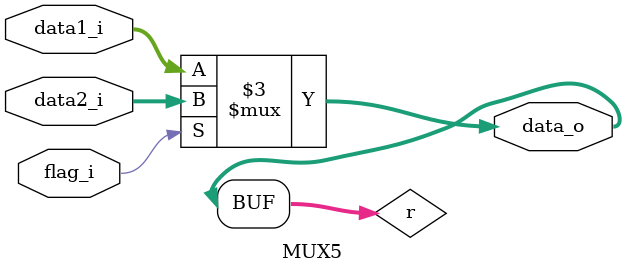
<source format=v>
module MUX5
(
	flag_i,
	data1_i,
	data2_i,
	data_o
);

input [4:0] data1_i,data2_i;
input flag_i;
output [4:0] data_o;

reg [4:0] r;

assign data_o=r;

always@(data1_i or data2_i or flag_i)begin
	if(flag_i)begin
		r <= data2_i;
	end
	else begin
		r <= data1_i;
	end
end

endmodule

</source>
